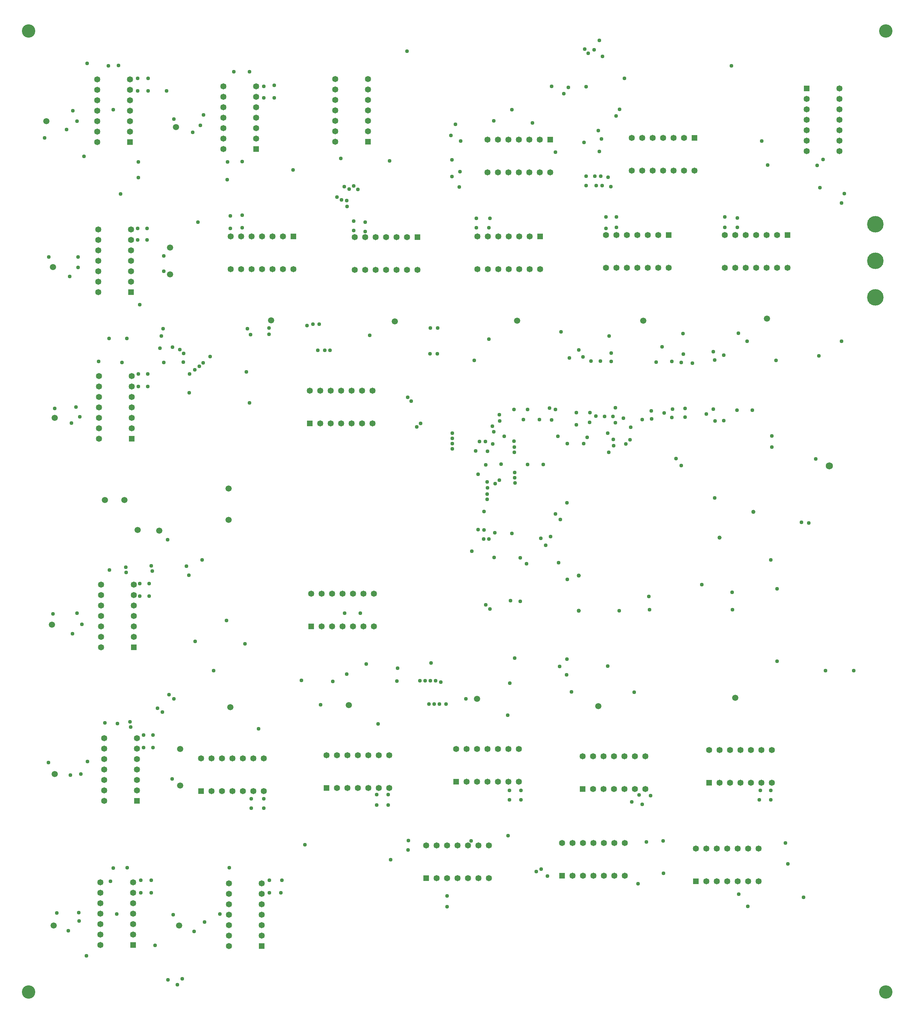
<source format=gbr>
G04 EAGLE Gerber RS-274X export*
G75*
%MOMM*%
%FSLAX34Y34*%
%LPD*%
%INSoldermask Bottom*%
%IPPOS*%
%AMOC8*
5,1,8,0,0,1.08239X$1,22.5*%
G01*
G04 Define Apertures*
%ADD10C,3.251200*%
%ADD11R,1.481200X1.481200*%
%ADD12C,1.481200*%
%ADD13C,4.013200*%
%ADD14C,0.959600*%
%ADD15C,1.503200*%
%ADD16C,1.727200*%
%ADD17C,1.009600*%
D10*
X38100Y2374900D03*
X38100Y38100D03*
X2120900Y38100D03*
X2120900Y2374900D03*
D11*
X1305560Y2110700D03*
D12*
X1280160Y2110700D03*
X1254760Y2110700D03*
X1229360Y2110700D03*
X1203960Y2110700D03*
X1178560Y2110700D03*
X1153160Y2110700D03*
X1153160Y2031300D03*
X1178560Y2031300D03*
X1203960Y2031300D03*
X1229360Y2031300D03*
X1254760Y2031300D03*
X1280160Y2031300D03*
X1305560Y2031300D03*
D11*
X1656080Y2114880D03*
D12*
X1630680Y2114880D03*
X1605280Y2114880D03*
X1579880Y2114880D03*
X1554480Y2114880D03*
X1529080Y2114880D03*
X1503680Y2114880D03*
X1503680Y2035480D03*
X1529080Y2035480D03*
X1554480Y2035480D03*
X1579880Y2035480D03*
X1605280Y2035480D03*
X1630680Y2035480D03*
X1656080Y2035480D03*
D11*
X862660Y2105660D03*
D12*
X862660Y2131060D03*
X862660Y2156460D03*
X862660Y2181860D03*
X862660Y2207260D03*
X862660Y2232660D03*
X862660Y2258060D03*
X783260Y2258060D03*
X783260Y2232660D03*
X783260Y2207260D03*
X783260Y2181860D03*
X783260Y2156460D03*
X783260Y2131060D03*
X783260Y2105660D03*
D11*
X1928800Y2235160D03*
D12*
X1928800Y2209760D03*
X1928800Y2184360D03*
X1928800Y2158960D03*
X1928800Y2133560D03*
X1928800Y2108160D03*
X1928800Y2082760D03*
X2008200Y2082760D03*
X2008200Y2108160D03*
X2008200Y2133560D03*
X2008200Y2158960D03*
X2008200Y2184360D03*
X2008200Y2209760D03*
X2008200Y2235160D03*
D11*
X287350Y1739900D03*
D12*
X287350Y1765300D03*
X287350Y1790700D03*
X287350Y1816100D03*
X287350Y1841500D03*
X287350Y1866900D03*
X287350Y1892300D03*
X207950Y1892300D03*
X207950Y1866900D03*
X207950Y1841500D03*
X207950Y1816100D03*
X207950Y1790700D03*
X207950Y1765300D03*
X207950Y1739900D03*
D11*
X301320Y502920D03*
D12*
X301320Y528320D03*
X301320Y553720D03*
X301320Y579120D03*
X301320Y604520D03*
X301320Y629920D03*
X301320Y655320D03*
X221920Y655320D03*
X221920Y629920D03*
X221920Y604520D03*
X221920Y579120D03*
X221920Y553720D03*
X221920Y528320D03*
X221920Y502920D03*
D11*
X288620Y1383030D03*
D12*
X288620Y1408430D03*
X288620Y1433830D03*
X288620Y1459230D03*
X288620Y1484630D03*
X288620Y1510030D03*
X288620Y1535430D03*
X209220Y1535430D03*
X209220Y1510030D03*
X209220Y1484630D03*
X209220Y1459230D03*
X209220Y1433830D03*
X209220Y1408430D03*
X209220Y1383030D03*
D11*
X293700Y876300D03*
D12*
X293700Y901700D03*
X293700Y927100D03*
X293700Y952500D03*
X293700Y977900D03*
X293700Y1003300D03*
X293700Y1028700D03*
X214300Y1028700D03*
X214300Y1003300D03*
X214300Y977900D03*
X214300Y952500D03*
X214300Y927100D03*
X214300Y901700D03*
X214300Y876300D03*
D11*
X292430Y152400D03*
D12*
X292430Y177800D03*
X292430Y203200D03*
X292430Y228600D03*
X292430Y254000D03*
X292430Y279400D03*
X292430Y304800D03*
X213030Y304800D03*
X213030Y279400D03*
X213030Y254000D03*
X213030Y228600D03*
X213030Y203200D03*
X213030Y177800D03*
X213030Y152400D03*
D11*
X284810Y2104390D03*
D12*
X284810Y2129790D03*
X284810Y2155190D03*
X284810Y2180590D03*
X284810Y2205990D03*
X284810Y2231390D03*
X284810Y2256790D03*
X205410Y2256790D03*
X205410Y2231390D03*
X205410Y2205990D03*
X205410Y2180590D03*
X205410Y2155190D03*
X205410Y2129790D03*
X205410Y2104390D03*
D11*
X604850Y149860D03*
D12*
X604850Y175260D03*
X604850Y200660D03*
X604850Y226060D03*
X604850Y251460D03*
X604850Y276860D03*
X604850Y302260D03*
X525450Y302260D03*
X525450Y276860D03*
X525450Y251460D03*
X525450Y226060D03*
X525450Y200660D03*
X525450Y175260D03*
X525450Y149860D03*
D11*
X590880Y2087880D03*
D12*
X590880Y2113280D03*
X590880Y2138680D03*
X590880Y2164080D03*
X590880Y2189480D03*
X590880Y2214880D03*
X590880Y2240280D03*
X511480Y2240280D03*
X511480Y2214880D03*
X511480Y2189480D03*
X511480Y2164080D03*
X511480Y2138680D03*
X511480Y2113280D03*
X511480Y2087880D03*
D11*
X1334770Y320980D03*
D12*
X1360170Y320980D03*
X1385570Y320980D03*
X1410970Y320980D03*
X1436370Y320980D03*
X1461770Y320980D03*
X1487170Y320980D03*
X1487170Y400380D03*
X1461770Y400380D03*
X1436370Y400380D03*
X1410970Y400380D03*
X1385570Y400380D03*
X1360170Y400380D03*
X1334770Y400380D03*
D11*
X1004570Y314630D03*
D12*
X1029970Y314630D03*
X1055370Y314630D03*
X1080770Y314630D03*
X1106170Y314630D03*
X1131570Y314630D03*
X1156970Y314630D03*
X1156970Y394030D03*
X1131570Y394030D03*
X1106170Y394030D03*
X1080770Y394030D03*
X1055370Y394030D03*
X1029970Y394030D03*
X1004570Y394030D03*
D11*
X1659890Y307010D03*
D12*
X1685290Y307010D03*
X1710690Y307010D03*
X1736090Y307010D03*
X1761490Y307010D03*
X1786890Y307010D03*
X1812290Y307010D03*
X1812290Y386410D03*
X1786890Y386410D03*
X1761490Y386410D03*
X1736090Y386410D03*
X1710690Y386410D03*
X1685290Y386410D03*
X1659890Y386410D03*
D11*
X1593850Y1878660D03*
D12*
X1568450Y1878660D03*
X1543050Y1878660D03*
X1517650Y1878660D03*
X1492250Y1878660D03*
X1466850Y1878660D03*
X1441450Y1878660D03*
X1441450Y1799260D03*
X1466850Y1799260D03*
X1492250Y1799260D03*
X1517650Y1799260D03*
X1543050Y1799260D03*
X1568450Y1799260D03*
X1593850Y1799260D03*
D11*
X1384300Y531800D03*
D12*
X1409700Y531800D03*
X1435100Y531800D03*
X1460500Y531800D03*
X1485900Y531800D03*
X1511300Y531800D03*
X1536700Y531800D03*
X1536700Y611200D03*
X1511300Y611200D03*
X1485900Y611200D03*
X1460500Y611200D03*
X1435100Y611200D03*
X1409700Y611200D03*
X1384300Y611200D03*
D11*
X1882140Y1878660D03*
D12*
X1856740Y1878660D03*
X1831340Y1878660D03*
X1805940Y1878660D03*
X1780540Y1878660D03*
X1755140Y1878660D03*
X1729740Y1878660D03*
X1729740Y1799260D03*
X1755140Y1799260D03*
X1780540Y1799260D03*
X1805940Y1799260D03*
X1831340Y1799260D03*
X1856740Y1799260D03*
X1882140Y1799260D03*
D11*
X1691640Y547040D03*
D12*
X1717040Y547040D03*
X1742440Y547040D03*
X1767840Y547040D03*
X1793240Y547040D03*
X1818640Y547040D03*
X1844040Y547040D03*
X1844040Y626440D03*
X1818640Y626440D03*
X1793240Y626440D03*
X1767840Y626440D03*
X1742440Y626440D03*
X1717040Y626440D03*
X1691640Y626440D03*
D11*
X457200Y526720D03*
D12*
X482600Y526720D03*
X508000Y526720D03*
X533400Y526720D03*
X558800Y526720D03*
X584200Y526720D03*
X609600Y526720D03*
X609600Y606120D03*
X584200Y606120D03*
X558800Y606120D03*
X533400Y606120D03*
X508000Y606120D03*
X482600Y606120D03*
X457200Y606120D03*
D11*
X681990Y1874850D03*
D12*
X656590Y1874850D03*
X631190Y1874850D03*
X605790Y1874850D03*
X580390Y1874850D03*
X554990Y1874850D03*
X529590Y1874850D03*
X529590Y1795450D03*
X554990Y1795450D03*
X580390Y1795450D03*
X605790Y1795450D03*
X631190Y1795450D03*
X656590Y1795450D03*
X681990Y1795450D03*
D11*
X762000Y534340D03*
D12*
X787400Y534340D03*
X812800Y534340D03*
X838200Y534340D03*
X863600Y534340D03*
X889000Y534340D03*
X914400Y534340D03*
X914400Y613740D03*
X889000Y613740D03*
X863600Y613740D03*
X838200Y613740D03*
X812800Y613740D03*
X787400Y613740D03*
X762000Y613740D03*
D11*
X1281430Y1874850D03*
D12*
X1256030Y1874850D03*
X1230630Y1874850D03*
X1205230Y1874850D03*
X1179830Y1874850D03*
X1154430Y1874850D03*
X1129030Y1874850D03*
X1129030Y1795450D03*
X1154430Y1795450D03*
X1179830Y1795450D03*
X1205230Y1795450D03*
X1230630Y1795450D03*
X1256030Y1795450D03*
X1281430Y1795450D03*
D11*
X982980Y1873580D03*
D12*
X957580Y1873580D03*
X932180Y1873580D03*
X906780Y1873580D03*
X881380Y1873580D03*
X855980Y1873580D03*
X830580Y1873580D03*
X830580Y1794180D03*
X855980Y1794180D03*
X881380Y1794180D03*
X906780Y1794180D03*
X932180Y1794180D03*
X957580Y1794180D03*
X982980Y1794180D03*
D11*
X1076960Y549580D03*
D12*
X1102360Y549580D03*
X1127760Y549580D03*
X1153160Y549580D03*
X1178560Y549580D03*
X1203960Y549580D03*
X1229360Y549580D03*
X1229360Y628980D03*
X1203960Y628980D03*
X1178560Y628980D03*
X1153160Y628980D03*
X1127760Y628980D03*
X1102360Y628980D03*
X1076960Y628980D03*
D11*
X721360Y1420800D03*
D12*
X746760Y1420800D03*
X772160Y1420800D03*
X797560Y1420800D03*
X822960Y1420800D03*
X848360Y1420800D03*
X873760Y1420800D03*
X873760Y1500200D03*
X848360Y1500200D03*
X822960Y1500200D03*
X797560Y1500200D03*
X772160Y1500200D03*
X746760Y1500200D03*
X721360Y1500200D03*
D11*
X725170Y926770D03*
D12*
X750570Y926770D03*
X775970Y926770D03*
X801370Y926770D03*
X826770Y926770D03*
X852170Y926770D03*
X877570Y926770D03*
X877570Y1006170D03*
X852170Y1006170D03*
X826770Y1006170D03*
X801370Y1006170D03*
X775970Y1006170D03*
X750570Y1006170D03*
X725170Y1006170D03*
D13*
X2095500Y1905000D03*
D14*
X179070Y125730D03*
X252730Y227330D03*
X172720Y2070100D03*
X243840Y2183130D03*
X180340Y2296160D03*
X1432560Y2312670D03*
X1474470Y2184400D03*
X1212850Y2183130D03*
X1168400Y2156460D03*
X345440Y151130D03*
X411480Y69850D03*
X519430Y941070D03*
X443230Y890270D03*
X1308850Y2239760D03*
X957580Y2325370D03*
X915724Y2058670D03*
X797334Y2065020D03*
X1424940Y2352012D03*
X1485872Y2259761D03*
X1338687Y2222607D03*
X1389380Y2330478D03*
X1350089Y2237212D03*
X1397731Y2320948D03*
X1393190Y2239010D03*
X1412433Y2329208D03*
X1746135Y2289695D03*
X1954756Y2047629D03*
X1422966Y2132896D03*
X1318763Y2080309D03*
X1075690Y2147570D03*
X1388336Y2103772D03*
X1465580Y2167890D03*
X1262340Y2151352D03*
D15*
X524510Y1186180D03*
X524510Y1262380D03*
X403860Y199390D03*
X1755140Y753110D03*
X1422400Y732790D03*
X1127760Y750570D03*
X816610Y735330D03*
X528320Y730250D03*
X1832610Y1675130D03*
X1531620Y1670050D03*
X1225550Y1670050D03*
X928370Y1668780D03*
X627380Y1671320D03*
X99210Y199390D03*
X101600Y567690D03*
X95250Y930910D03*
X101600Y1433830D03*
X97790Y1800860D03*
X81280Y2155190D03*
X303377Y1161897D03*
X356082Y1159992D03*
D13*
X2095500Y1816100D03*
D15*
X396644Y2141220D03*
D16*
X1983740Y1316990D03*
D15*
X223520Y1234440D03*
X406400Y628650D03*
X406400Y539750D03*
D13*
X2095500Y1727200D03*
D15*
X382120Y1847850D03*
X382120Y1783080D03*
X271630Y1234440D03*
D14*
X303530Y1894840D03*
X326334Y1894840D03*
X303530Y1866900D03*
X326390Y1866900D03*
X317500Y662940D03*
X340304Y662940D03*
X317500Y632460D03*
X340304Y632460D03*
X304800Y1540510D03*
X327604Y1540510D03*
X304800Y1510030D03*
X327660Y1510030D03*
X308694Y1031240D03*
X331498Y1031240D03*
X308694Y1000760D03*
X331498Y1000760D03*
X336550Y309880D03*
X311150Y309880D03*
X336550Y279400D03*
X311150Y279400D03*
X328930Y2259330D03*
X303530Y2259330D03*
X328930Y2228850D03*
X303530Y2228850D03*
X654050Y309880D03*
X623570Y309880D03*
X651510Y279400D03*
X623570Y279400D03*
X635000Y2242820D03*
X609600Y2240280D03*
X635000Y2212340D03*
X609600Y2212340D03*
X1785620Y246380D03*
X1055370Y245166D03*
X1055370Y271780D03*
X1921510Y267970D03*
X1113587Y405333D03*
X1203049Y418189D03*
X1271854Y330784D03*
X918210Y359410D03*
X1764030Y275590D03*
X1441450Y1894840D03*
X1441450Y1922780D03*
X1466850Y1897380D03*
X1466850Y1922780D03*
X1549400Y515564D03*
X1529080Y494030D03*
X1503680Y500380D03*
X1521460Y516834D03*
X1729740Y1922780D03*
X1729740Y1897380D03*
X1760220Y1920240D03*
X1760220Y1897380D03*
X1841500Y505460D03*
X1841500Y528320D03*
X1816100Y528320D03*
X1813560Y505516D03*
X609600Y485140D03*
X609600Y508000D03*
X579120Y485140D03*
X579120Y508000D03*
X528320Y1925320D03*
X528320Y1894840D03*
X557530Y1926590D03*
X557530Y1896110D03*
X911860Y518160D03*
X911860Y492816D03*
X883920Y518160D03*
X883920Y492816D03*
X1126490Y1918970D03*
X1126490Y1896110D03*
X1156970Y1896110D03*
X1159510Y1918914D03*
X375920Y1137920D03*
X459712Y1088390D03*
X622300Y1637002D03*
X578076Y1636494D03*
X828040Y1912620D03*
X828040Y1889816D03*
X855980Y1910080D03*
X855980Y1887276D03*
X1234440Y505460D03*
X1234440Y528320D03*
X1206500Y528320D03*
X1206500Y505516D03*
X570230Y1651000D03*
X622300Y1652270D03*
X1101090Y750570D03*
X1040074Y791569D03*
X167640Y932180D03*
X144780Y909320D03*
X156210Y958850D03*
X97790Y957580D03*
X153670Y1459998D03*
X101600Y1456690D03*
X162560Y1436370D03*
X142240Y1421130D03*
X165100Y567690D03*
X139756Y565150D03*
X86360Y595630D03*
X181483Y598043D03*
X158750Y1799590D03*
X137884Y1777454D03*
X158750Y1824990D03*
X87592Y1824952D03*
X161290Y210820D03*
X134889Y186959D03*
X106680Y229870D03*
X159893Y231013D03*
X156210Y2155190D03*
X130810Y2134870D03*
X146050Y2180590D03*
X77442Y2114550D03*
X466090Y208280D03*
X440732Y185420D03*
X502793Y227203D03*
X389862Y225562D03*
X455930Y2145030D03*
X436880Y2128520D03*
X463550Y2170430D03*
X391122Y2160232D03*
X1958340Y1584960D03*
X1916430Y1179830D03*
X2013712Y1620580D03*
X1518920Y300990D03*
X1581150Y326390D03*
X1762760Y1639570D03*
X1784350Y1620520D03*
X1841500Y1088390D03*
X1854200Y1573530D03*
X1375410Y1598930D03*
X367058Y1827685D03*
X367058Y1790700D03*
X357740Y1603663D03*
X414917Y1590836D03*
X1369060Y1446530D03*
X1369060Y1417094D03*
X1332230Y1643154D03*
X1393190Y2021868D03*
X1393190Y1999064D03*
X261578Y1978688D03*
X787400Y1971040D03*
X805101Y1996519D03*
X275590Y1057966D03*
X338594Y1061776D03*
X428266Y1051836D03*
X1153795Y1352467D03*
X1499870Y1380490D03*
X1727200Y1586230D03*
X567253Y1546253D03*
X462557Y1567739D03*
X1218720Y1349901D03*
X1447908Y1350010D03*
X1705610Y1239520D03*
X867410Y1634490D03*
X1701800Y1595120D03*
X1705610Y1574348D03*
X1629410Y1588770D03*
X234950Y1064260D03*
X274320Y1070610D03*
X336550Y1074420D03*
X421640Y1073150D03*
X1289296Y1320328D03*
X1628366Y1638836D03*
X1414554Y2021868D03*
X1417320Y1999064D03*
X1152795Y1235666D03*
X817166Y1990702D03*
X798471Y1963779D03*
X265430Y1568450D03*
X367030Y1568450D03*
X414020Y1569720D03*
X741321Y1598256D03*
X714844Y1658564D03*
X1651000Y1567180D03*
X1218238Y1362853D03*
X1133705Y1376544D03*
X1960880Y1993900D03*
X1969030Y2062292D03*
X377190Y67310D03*
X400050Y55880D03*
X1624330Y1568450D03*
X1934210Y1178560D03*
X1633121Y1436126D03*
X1951387Y1334036D03*
X1014786Y795020D03*
X887730Y689610D03*
X933450Y793750D03*
X934720Y825500D03*
X1016254Y838200D03*
X1209040Y989330D03*
X1306830Y1145540D03*
X1601470Y1570990D03*
X1036774Y737968D03*
X1529572Y1429794D03*
X2013309Y1956159D03*
X2020570Y1978963D03*
X304800Y2056130D03*
X304800Y2018030D03*
X429260Y1540510D03*
X1601470Y1434874D03*
X1352550Y1579880D03*
X1385570Y1582420D03*
X1577340Y1606776D03*
X1563370Y1569748D03*
X1304290Y1457960D03*
X1152846Y1248417D03*
X1169670Y1094740D03*
X1427480Y1572034D03*
X1416783Y1438037D03*
X1170914Y1154404D03*
X838426Y1989404D03*
X812228Y1948160D03*
X308610Y1709420D03*
X365534Y1651000D03*
X405976Y1599776D03*
X770834Y1598256D03*
X1402080Y1446530D03*
X1168374Y1400538D03*
X1404620Y1572034D03*
X744370Y1661700D03*
X1401927Y1423517D03*
X991286Y1420546D03*
X1182370Y1441450D03*
X1121410Y1573530D03*
X1068296Y1371343D03*
X1279426Y1429794D03*
X1309596Y1429060D03*
X1145136Y1161646D03*
X1156604Y1139338D03*
X1217930Y1454150D03*
X967819Y1475125D03*
X1068296Y1383987D03*
X1182835Y1426166D03*
X1283970Y336550D03*
X1299460Y319790D03*
X1328420Y829536D03*
X1345565Y809625D03*
X1357667Y767489D03*
X1159510Y969010D03*
X1212850Y1153160D03*
X1318204Y1454150D03*
X1251176Y1454150D03*
X1130300Y1162050D03*
X1143960Y1139330D03*
X981710Y1412240D03*
X1068296Y1358699D03*
X1220109Y1275441D03*
X1152642Y1278372D03*
X1130185Y1296785D03*
X1330601Y1186539D03*
X1458327Y1437557D03*
X1464536Y1458329D03*
X828040Y1997710D03*
X811530Y1962150D03*
X363220Y718820D03*
X391160Y750570D03*
X286524Y682046D03*
X758190Y1598256D03*
X1395730Y1386840D03*
X1148306Y1376506D03*
X1324610Y1388844D03*
X1445486Y1396970D03*
X729186Y1661450D03*
X1194230Y1388950D03*
X1153342Y1263601D03*
X1145115Y1206766D03*
X1883410Y349250D03*
X1877060Y400050D03*
X1202690Y711200D03*
X1207770Y788670D03*
X1974850Y819150D03*
X2043204Y819150D03*
X1084580Y1995170D03*
X1032510Y1652270D03*
X1086735Y2032885D03*
X223520Y692150D03*
X254000Y690880D03*
X284480Y694690D03*
X351790Y727710D03*
X379730Y760730D03*
X1347470Y1371600D03*
X1386840Y1371600D03*
X1551940Y1431290D03*
X1031240Y1590266D03*
X1459441Y1381549D03*
X1165883Y1370981D03*
X1217992Y1376987D03*
X1602740Y1455646D03*
X1088390Y2106930D03*
X1064260Y2120900D03*
X1066800Y2061210D03*
X1066800Y2020570D03*
X1014730Y1652270D03*
X208280Y1570990D03*
X360922Y1633373D03*
X388164Y1606094D03*
X1013460Y1590266D03*
X276860Y1626870D03*
X233680Y1626870D03*
X1165479Y1414145D03*
X1633220Y1456898D03*
X1464490Y1422029D03*
X1501518Y1410970D03*
X557530Y2057400D03*
X521970Y2056130D03*
X449580Y1910080D03*
X520700Y2013176D03*
X1459564Y1366136D03*
X479524Y1583408D03*
X1706428Y1426543D03*
X1489484Y1370330D03*
X1819910Y2106930D03*
X1833880Y2048510D03*
X237490Y307340D03*
X243840Y339090D03*
X278130Y340360D03*
X387350Y556260D03*
X487680Y819150D03*
X563880Y884456D03*
X1233170Y1093470D03*
X1611630Y1334770D03*
X1701996Y1455616D03*
X1283059Y1140819D03*
X1446530Y2019244D03*
X525780Y340360D03*
X709930Y396240D03*
X748030Y736600D03*
X858798Y835156D03*
X777240Y793270D03*
X811530Y811050D03*
X1452880Y1996440D03*
X1248410Y1079500D03*
X1624330Y1318260D03*
X1727200Y1427480D03*
X1295174Y1124309D03*
X537210Y2275840D03*
X575310Y2275840D03*
X680720Y2037080D03*
X1844040Y1362936D03*
X1759486Y1452880D03*
X1551664Y1451334D03*
X1582696Y1446254D03*
X453390Y1559024D03*
X1186539Y1321100D03*
X1149511Y1319757D03*
X1844726Y1390066D03*
X1684881Y1443355D03*
X1483423Y1433637D03*
X1430020Y2112010D03*
X1424940Y2081530D03*
X232410Y2289810D03*
X256540Y2291080D03*
X373380Y2228850D03*
X1219398Y1288139D03*
X1346476Y1227814D03*
X1318504Y1200394D03*
X1428750Y2021868D03*
X1431647Y1999064D03*
X441909Y1550896D03*
X1796825Y1452655D03*
X1172210Y1274319D03*
X1052830Y737870D03*
X1027430Y795020D03*
X428625Y1495425D03*
X575310Y1470660D03*
X1115060Y1109980D03*
X1149350Y979396D03*
X961390Y406400D03*
X960120Y383596D03*
X989498Y795020D03*
X596900Y678180D03*
X701332Y795340D03*
X1747520Y1009650D03*
X1748790Y967514D03*
X1011486Y737955D03*
X1002142Y795020D03*
X1545590Y999490D03*
X1546860Y967514D03*
X1156970Y1625600D03*
X1240790Y1430020D03*
X1250950Y1320800D03*
X1024130Y737968D03*
X1473200Y965200D03*
X959223Y1484411D03*
X1068296Y1396631D03*
X1124895Y1353697D03*
X1182370Y1282447D03*
X1219200Y1300935D03*
D17*
X1799590Y1205230D03*
X1717040Y1143000D03*
X1375410Y1050290D03*
X1375410Y965200D03*
D14*
X806450Y958850D03*
X844550Y958850D03*
X1856740Y1018540D03*
X1856740Y842010D03*
X1347470Y1041400D03*
X1346200Y847090D03*
X1219200Y849630D03*
X1233170Y988286D03*
X1454150Y1570990D03*
X1454150Y1591762D03*
X1449070Y1632854D03*
X1325880Y1082040D03*
X1437555Y1437555D03*
X1539240Y402590D03*
X1579880Y405130D03*
X1510030Y767080D03*
X1445260Y830580D03*
X1673860Y1028926D03*
M02*

</source>
